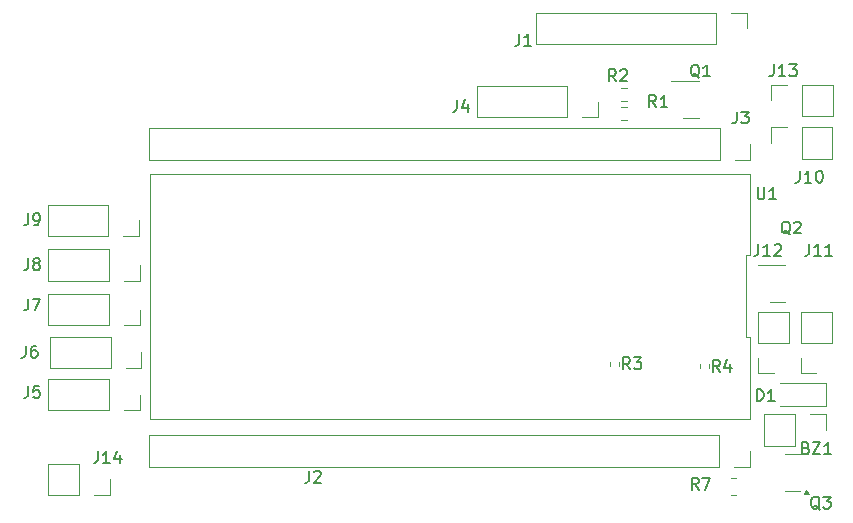
<source format=gbr>
%TF.GenerationSoftware,KiCad,Pcbnew,8.0.2*%
%TF.CreationDate,2024-06-07T02:59:58+03:00*%
%TF.ProjectId,FARA_KEYBOARD,46415241-5f4b-4455-9942-4f4152442e6b,rev?*%
%TF.SameCoordinates,Original*%
%TF.FileFunction,Legend,Top*%
%TF.FilePolarity,Positive*%
%FSLAX46Y46*%
G04 Gerber Fmt 4.6, Leading zero omitted, Abs format (unit mm)*
G04 Created by KiCad (PCBNEW 8.0.2) date 2024-06-07 02:59:58*
%MOMM*%
%LPD*%
G01*
G04 APERTURE LIST*
%ADD10C,0.150000*%
%ADD11C,0.120000*%
G04 APERTURE END LIST*
D10*
X68339350Y-94854819D02*
X68339350Y-95569104D01*
X68339350Y-95569104D02*
X68291731Y-95711961D01*
X68291731Y-95711961D02*
X68196493Y-95807200D01*
X68196493Y-95807200D02*
X68053636Y-95854819D01*
X68053636Y-95854819D02*
X67958398Y-95854819D01*
X69339350Y-95854819D02*
X68767922Y-95854819D01*
X69053636Y-95854819D02*
X69053636Y-94854819D01*
X69053636Y-94854819D02*
X68958398Y-94997676D01*
X68958398Y-94997676D02*
X68863160Y-95092914D01*
X68863160Y-95092914D02*
X68767922Y-95140533D01*
X88510779Y-107854819D02*
X88510779Y-108664342D01*
X88510779Y-108664342D02*
X88558398Y-108759580D01*
X88558398Y-108759580D02*
X88606017Y-108807200D01*
X88606017Y-108807200D02*
X88701255Y-108854819D01*
X88701255Y-108854819D02*
X88891731Y-108854819D01*
X88891731Y-108854819D02*
X88986969Y-108807200D01*
X88986969Y-108807200D02*
X89034588Y-108759580D01*
X89034588Y-108759580D02*
X89082207Y-108664342D01*
X89082207Y-108664342D02*
X89082207Y-107854819D01*
X90082207Y-108854819D02*
X89510779Y-108854819D01*
X89796493Y-108854819D02*
X89796493Y-107854819D01*
X89796493Y-107854819D02*
X89701255Y-107997676D01*
X89701255Y-107997676D02*
X89606017Y-108092914D01*
X89606017Y-108092914D02*
X89510779Y-108140533D01*
X91277445Y-111850057D02*
X91182207Y-111802438D01*
X91182207Y-111802438D02*
X91086969Y-111707200D01*
X91086969Y-111707200D02*
X90944112Y-111564342D01*
X90944112Y-111564342D02*
X90848874Y-111516723D01*
X90848874Y-111516723D02*
X90753636Y-111516723D01*
X90801255Y-111754819D02*
X90706017Y-111707200D01*
X90706017Y-111707200D02*
X90610779Y-111611961D01*
X90610779Y-111611961D02*
X90563160Y-111421485D01*
X90563160Y-111421485D02*
X90563160Y-111088152D01*
X90563160Y-111088152D02*
X90610779Y-110897676D01*
X90610779Y-110897676D02*
X90706017Y-110802438D01*
X90706017Y-110802438D02*
X90801255Y-110754819D01*
X90801255Y-110754819D02*
X90991731Y-110754819D01*
X90991731Y-110754819D02*
X91086969Y-110802438D01*
X91086969Y-110802438D02*
X91182207Y-110897676D01*
X91182207Y-110897676D02*
X91229826Y-111088152D01*
X91229826Y-111088152D02*
X91229826Y-111421485D01*
X91229826Y-111421485D02*
X91182207Y-111611961D01*
X91182207Y-111611961D02*
X91086969Y-111707200D01*
X91086969Y-111707200D02*
X90991731Y-111754819D01*
X90991731Y-111754819D02*
X90801255Y-111754819D01*
X91610779Y-110850057D02*
X91658398Y-110802438D01*
X91658398Y-110802438D02*
X91753636Y-110754819D01*
X91753636Y-110754819D02*
X91991731Y-110754819D01*
X91991731Y-110754819D02*
X92086969Y-110802438D01*
X92086969Y-110802438D02*
X92134588Y-110850057D01*
X92134588Y-110850057D02*
X92182207Y-110945295D01*
X92182207Y-110945295D02*
X92182207Y-111040533D01*
X92182207Y-111040533D02*
X92134588Y-111183390D01*
X92134588Y-111183390D02*
X91563160Y-111754819D01*
X91563160Y-111754819D02*
X92182207Y-111754819D01*
X88434589Y-125954819D02*
X88434589Y-124954819D01*
X88434589Y-124954819D02*
X88672684Y-124954819D01*
X88672684Y-124954819D02*
X88815541Y-125002438D01*
X88815541Y-125002438D02*
X88910779Y-125097676D01*
X88910779Y-125097676D02*
X88958398Y-125192914D01*
X88958398Y-125192914D02*
X89006017Y-125383390D01*
X89006017Y-125383390D02*
X89006017Y-125526247D01*
X89006017Y-125526247D02*
X88958398Y-125716723D01*
X88958398Y-125716723D02*
X88910779Y-125811961D01*
X88910779Y-125811961D02*
X88815541Y-125907200D01*
X88815541Y-125907200D02*
X88672684Y-125954819D01*
X88672684Y-125954819D02*
X88434589Y-125954819D01*
X89958398Y-125954819D02*
X89386970Y-125954819D01*
X89672684Y-125954819D02*
X89672684Y-124954819D01*
X89672684Y-124954819D02*
X89577446Y-125097676D01*
X89577446Y-125097676D02*
X89482208Y-125192914D01*
X89482208Y-125192914D02*
X89386970Y-125240533D01*
X92863160Y-112654819D02*
X92863160Y-113369104D01*
X92863160Y-113369104D02*
X92815541Y-113511961D01*
X92815541Y-113511961D02*
X92720303Y-113607200D01*
X92720303Y-113607200D02*
X92577446Y-113654819D01*
X92577446Y-113654819D02*
X92482208Y-113654819D01*
X93863160Y-113654819D02*
X93291732Y-113654819D01*
X93577446Y-113654819D02*
X93577446Y-112654819D01*
X93577446Y-112654819D02*
X93482208Y-112797676D01*
X93482208Y-112797676D02*
X93386970Y-112892914D01*
X93386970Y-112892914D02*
X93291732Y-112940533D01*
X94815541Y-113654819D02*
X94244113Y-113654819D01*
X94529827Y-113654819D02*
X94529827Y-112654819D01*
X94529827Y-112654819D02*
X94434589Y-112797676D01*
X94434589Y-112797676D02*
X94339351Y-112892914D01*
X94339351Y-112892914D02*
X94244113Y-112940533D01*
X85306017Y-123474819D02*
X84972684Y-122998628D01*
X84734589Y-123474819D02*
X84734589Y-122474819D01*
X84734589Y-122474819D02*
X85115541Y-122474819D01*
X85115541Y-122474819D02*
X85210779Y-122522438D01*
X85210779Y-122522438D02*
X85258398Y-122570057D01*
X85258398Y-122570057D02*
X85306017Y-122665295D01*
X85306017Y-122665295D02*
X85306017Y-122808152D01*
X85306017Y-122808152D02*
X85258398Y-122903390D01*
X85258398Y-122903390D02*
X85210779Y-122951009D01*
X85210779Y-122951009D02*
X85115541Y-122998628D01*
X85115541Y-122998628D02*
X84734589Y-122998628D01*
X86163160Y-122808152D02*
X86163160Y-123474819D01*
X85925065Y-122427200D02*
X85686970Y-123141485D01*
X85686970Y-123141485D02*
X86306017Y-123141485D01*
X88563160Y-112654819D02*
X88563160Y-113369104D01*
X88563160Y-113369104D02*
X88515541Y-113511961D01*
X88515541Y-113511961D02*
X88420303Y-113607200D01*
X88420303Y-113607200D02*
X88277446Y-113654819D01*
X88277446Y-113654819D02*
X88182208Y-113654819D01*
X89563160Y-113654819D02*
X88991732Y-113654819D01*
X89277446Y-113654819D02*
X89277446Y-112654819D01*
X89277446Y-112654819D02*
X89182208Y-112797676D01*
X89182208Y-112797676D02*
X89086970Y-112892914D01*
X89086970Y-112892914D02*
X88991732Y-112940533D01*
X89944113Y-112750057D02*
X89991732Y-112702438D01*
X89991732Y-112702438D02*
X90086970Y-112654819D01*
X90086970Y-112654819D02*
X90325065Y-112654819D01*
X90325065Y-112654819D02*
X90420303Y-112702438D01*
X90420303Y-112702438D02*
X90467922Y-112750057D01*
X90467922Y-112750057D02*
X90515541Y-112845295D01*
X90515541Y-112845295D02*
X90515541Y-112940533D01*
X90515541Y-112940533D02*
X90467922Y-113083390D01*
X90467922Y-113083390D02*
X89896494Y-113654819D01*
X89896494Y-113654819D02*
X90515541Y-113654819D01*
X26739350Y-110074819D02*
X26739350Y-110789104D01*
X26739350Y-110789104D02*
X26691731Y-110931961D01*
X26691731Y-110931961D02*
X26596493Y-111027200D01*
X26596493Y-111027200D02*
X26453636Y-111074819D01*
X26453636Y-111074819D02*
X26358398Y-111074819D01*
X27263160Y-111074819D02*
X27453636Y-111074819D01*
X27453636Y-111074819D02*
X27548874Y-111027200D01*
X27548874Y-111027200D02*
X27596493Y-110979580D01*
X27596493Y-110979580D02*
X27691731Y-110836723D01*
X27691731Y-110836723D02*
X27739350Y-110646247D01*
X27739350Y-110646247D02*
X27739350Y-110265295D01*
X27739350Y-110265295D02*
X27691731Y-110170057D01*
X27691731Y-110170057D02*
X27644112Y-110122438D01*
X27644112Y-110122438D02*
X27548874Y-110074819D01*
X27548874Y-110074819D02*
X27358398Y-110074819D01*
X27358398Y-110074819D02*
X27263160Y-110122438D01*
X27263160Y-110122438D02*
X27215541Y-110170057D01*
X27215541Y-110170057D02*
X27167922Y-110265295D01*
X27167922Y-110265295D02*
X27167922Y-110503390D01*
X27167922Y-110503390D02*
X27215541Y-110598628D01*
X27215541Y-110598628D02*
X27263160Y-110646247D01*
X27263160Y-110646247D02*
X27358398Y-110693866D01*
X27358398Y-110693866D02*
X27548874Y-110693866D01*
X27548874Y-110693866D02*
X27644112Y-110646247D01*
X27644112Y-110646247D02*
X27691731Y-110598628D01*
X27691731Y-110598628D02*
X27739350Y-110503390D01*
X89863160Y-97454819D02*
X89863160Y-98169104D01*
X89863160Y-98169104D02*
X89815541Y-98311961D01*
X89815541Y-98311961D02*
X89720303Y-98407200D01*
X89720303Y-98407200D02*
X89577446Y-98454819D01*
X89577446Y-98454819D02*
X89482208Y-98454819D01*
X90863160Y-98454819D02*
X90291732Y-98454819D01*
X90577446Y-98454819D02*
X90577446Y-97454819D01*
X90577446Y-97454819D02*
X90482208Y-97597676D01*
X90482208Y-97597676D02*
X90386970Y-97692914D01*
X90386970Y-97692914D02*
X90291732Y-97740533D01*
X91196494Y-97454819D02*
X91815541Y-97454819D01*
X91815541Y-97454819D02*
X91482208Y-97835771D01*
X91482208Y-97835771D02*
X91625065Y-97835771D01*
X91625065Y-97835771D02*
X91720303Y-97883390D01*
X91720303Y-97883390D02*
X91767922Y-97931009D01*
X91767922Y-97931009D02*
X91815541Y-98026247D01*
X91815541Y-98026247D02*
X91815541Y-98264342D01*
X91815541Y-98264342D02*
X91767922Y-98359580D01*
X91767922Y-98359580D02*
X91720303Y-98407200D01*
X91720303Y-98407200D02*
X91625065Y-98454819D01*
X91625065Y-98454819D02*
X91339351Y-98454819D01*
X91339351Y-98454819D02*
X91244113Y-98407200D01*
X91244113Y-98407200D02*
X91196494Y-98359580D01*
X86739350Y-101454819D02*
X86739350Y-102169104D01*
X86739350Y-102169104D02*
X86691731Y-102311961D01*
X86691731Y-102311961D02*
X86596493Y-102407200D01*
X86596493Y-102407200D02*
X86453636Y-102454819D01*
X86453636Y-102454819D02*
X86358398Y-102454819D01*
X87120303Y-101454819D02*
X87739350Y-101454819D01*
X87739350Y-101454819D02*
X87406017Y-101835771D01*
X87406017Y-101835771D02*
X87548874Y-101835771D01*
X87548874Y-101835771D02*
X87644112Y-101883390D01*
X87644112Y-101883390D02*
X87691731Y-101931009D01*
X87691731Y-101931009D02*
X87739350Y-102026247D01*
X87739350Y-102026247D02*
X87739350Y-102264342D01*
X87739350Y-102264342D02*
X87691731Y-102359580D01*
X87691731Y-102359580D02*
X87644112Y-102407200D01*
X87644112Y-102407200D02*
X87548874Y-102454819D01*
X87548874Y-102454819D02*
X87263160Y-102454819D01*
X87263160Y-102454819D02*
X87167922Y-102407200D01*
X87167922Y-102407200D02*
X87120303Y-102359580D01*
X50539350Y-131854819D02*
X50539350Y-132569104D01*
X50539350Y-132569104D02*
X50491731Y-132711961D01*
X50491731Y-132711961D02*
X50396493Y-132807200D01*
X50396493Y-132807200D02*
X50253636Y-132854819D01*
X50253636Y-132854819D02*
X50158398Y-132854819D01*
X50967922Y-131950057D02*
X51015541Y-131902438D01*
X51015541Y-131902438D02*
X51110779Y-131854819D01*
X51110779Y-131854819D02*
X51348874Y-131854819D01*
X51348874Y-131854819D02*
X51444112Y-131902438D01*
X51444112Y-131902438D02*
X51491731Y-131950057D01*
X51491731Y-131950057D02*
X51539350Y-132045295D01*
X51539350Y-132045295D02*
X51539350Y-132140533D01*
X51539350Y-132140533D02*
X51491731Y-132283390D01*
X51491731Y-132283390D02*
X50920303Y-132854819D01*
X50920303Y-132854819D02*
X51539350Y-132854819D01*
X79906017Y-101054819D02*
X79572684Y-100578628D01*
X79334589Y-101054819D02*
X79334589Y-100054819D01*
X79334589Y-100054819D02*
X79715541Y-100054819D01*
X79715541Y-100054819D02*
X79810779Y-100102438D01*
X79810779Y-100102438D02*
X79858398Y-100150057D01*
X79858398Y-100150057D02*
X79906017Y-100245295D01*
X79906017Y-100245295D02*
X79906017Y-100388152D01*
X79906017Y-100388152D02*
X79858398Y-100483390D01*
X79858398Y-100483390D02*
X79810779Y-100531009D01*
X79810779Y-100531009D02*
X79715541Y-100578628D01*
X79715541Y-100578628D02*
X79334589Y-100578628D01*
X80858398Y-101054819D02*
X80286970Y-101054819D01*
X80572684Y-101054819D02*
X80572684Y-100054819D01*
X80572684Y-100054819D02*
X80477446Y-100197676D01*
X80477446Y-100197676D02*
X80382208Y-100292914D01*
X80382208Y-100292914D02*
X80286970Y-100340533D01*
X63059350Y-100454819D02*
X63059350Y-101169104D01*
X63059350Y-101169104D02*
X63011731Y-101311961D01*
X63011731Y-101311961D02*
X62916493Y-101407200D01*
X62916493Y-101407200D02*
X62773636Y-101454819D01*
X62773636Y-101454819D02*
X62678398Y-101454819D01*
X63964112Y-100788152D02*
X63964112Y-101454819D01*
X63726017Y-100407200D02*
X63487922Y-101121485D01*
X63487922Y-101121485D02*
X64106969Y-101121485D01*
X76506017Y-98874819D02*
X76172684Y-98398628D01*
X75934589Y-98874819D02*
X75934589Y-97874819D01*
X75934589Y-97874819D02*
X76315541Y-97874819D01*
X76315541Y-97874819D02*
X76410779Y-97922438D01*
X76410779Y-97922438D02*
X76458398Y-97970057D01*
X76458398Y-97970057D02*
X76506017Y-98065295D01*
X76506017Y-98065295D02*
X76506017Y-98208152D01*
X76506017Y-98208152D02*
X76458398Y-98303390D01*
X76458398Y-98303390D02*
X76410779Y-98351009D01*
X76410779Y-98351009D02*
X76315541Y-98398628D01*
X76315541Y-98398628D02*
X75934589Y-98398628D01*
X76886970Y-97970057D02*
X76934589Y-97922438D01*
X76934589Y-97922438D02*
X77029827Y-97874819D01*
X77029827Y-97874819D02*
X77267922Y-97874819D01*
X77267922Y-97874819D02*
X77363160Y-97922438D01*
X77363160Y-97922438D02*
X77410779Y-97970057D01*
X77410779Y-97970057D02*
X77458398Y-98065295D01*
X77458398Y-98065295D02*
X77458398Y-98160533D01*
X77458398Y-98160533D02*
X77410779Y-98303390D01*
X77410779Y-98303390D02*
X76839351Y-98874819D01*
X76839351Y-98874819D02*
X77458398Y-98874819D01*
X26539350Y-121274819D02*
X26539350Y-121989104D01*
X26539350Y-121989104D02*
X26491731Y-122131961D01*
X26491731Y-122131961D02*
X26396493Y-122227200D01*
X26396493Y-122227200D02*
X26253636Y-122274819D01*
X26253636Y-122274819D02*
X26158398Y-122274819D01*
X27444112Y-121274819D02*
X27253636Y-121274819D01*
X27253636Y-121274819D02*
X27158398Y-121322438D01*
X27158398Y-121322438D02*
X27110779Y-121370057D01*
X27110779Y-121370057D02*
X27015541Y-121512914D01*
X27015541Y-121512914D02*
X26967922Y-121703390D01*
X26967922Y-121703390D02*
X26967922Y-122084342D01*
X26967922Y-122084342D02*
X27015541Y-122179580D01*
X27015541Y-122179580D02*
X27063160Y-122227200D01*
X27063160Y-122227200D02*
X27158398Y-122274819D01*
X27158398Y-122274819D02*
X27348874Y-122274819D01*
X27348874Y-122274819D02*
X27444112Y-122227200D01*
X27444112Y-122227200D02*
X27491731Y-122179580D01*
X27491731Y-122179580D02*
X27539350Y-122084342D01*
X27539350Y-122084342D02*
X27539350Y-121846247D01*
X27539350Y-121846247D02*
X27491731Y-121751009D01*
X27491731Y-121751009D02*
X27444112Y-121703390D01*
X27444112Y-121703390D02*
X27348874Y-121655771D01*
X27348874Y-121655771D02*
X27158398Y-121655771D01*
X27158398Y-121655771D02*
X27063160Y-121703390D01*
X27063160Y-121703390D02*
X27015541Y-121751009D01*
X27015541Y-121751009D02*
X26967922Y-121846247D01*
X26739350Y-117274819D02*
X26739350Y-117989104D01*
X26739350Y-117989104D02*
X26691731Y-118131961D01*
X26691731Y-118131961D02*
X26596493Y-118227200D01*
X26596493Y-118227200D02*
X26453636Y-118274819D01*
X26453636Y-118274819D02*
X26358398Y-118274819D01*
X27120303Y-117274819D02*
X27786969Y-117274819D01*
X27786969Y-117274819D02*
X27358398Y-118274819D01*
X92063160Y-106454819D02*
X92063160Y-107169104D01*
X92063160Y-107169104D02*
X92015541Y-107311961D01*
X92015541Y-107311961D02*
X91920303Y-107407200D01*
X91920303Y-107407200D02*
X91777446Y-107454819D01*
X91777446Y-107454819D02*
X91682208Y-107454819D01*
X93063160Y-107454819D02*
X92491732Y-107454819D01*
X92777446Y-107454819D02*
X92777446Y-106454819D01*
X92777446Y-106454819D02*
X92682208Y-106597676D01*
X92682208Y-106597676D02*
X92586970Y-106692914D01*
X92586970Y-106692914D02*
X92491732Y-106740533D01*
X93682208Y-106454819D02*
X93777446Y-106454819D01*
X93777446Y-106454819D02*
X93872684Y-106502438D01*
X93872684Y-106502438D02*
X93920303Y-106550057D01*
X93920303Y-106550057D02*
X93967922Y-106645295D01*
X93967922Y-106645295D02*
X94015541Y-106835771D01*
X94015541Y-106835771D02*
X94015541Y-107073866D01*
X94015541Y-107073866D02*
X93967922Y-107264342D01*
X93967922Y-107264342D02*
X93920303Y-107359580D01*
X93920303Y-107359580D02*
X93872684Y-107407200D01*
X93872684Y-107407200D02*
X93777446Y-107454819D01*
X93777446Y-107454819D02*
X93682208Y-107454819D01*
X93682208Y-107454819D02*
X93586970Y-107407200D01*
X93586970Y-107407200D02*
X93539351Y-107359580D01*
X93539351Y-107359580D02*
X93491732Y-107264342D01*
X93491732Y-107264342D02*
X93444113Y-107073866D01*
X93444113Y-107073866D02*
X93444113Y-106835771D01*
X93444113Y-106835771D02*
X93491732Y-106645295D01*
X93491732Y-106645295D02*
X93539351Y-106550057D01*
X93539351Y-106550057D02*
X93586970Y-106502438D01*
X93586970Y-106502438D02*
X93682208Y-106454819D01*
X26739350Y-124674819D02*
X26739350Y-125389104D01*
X26739350Y-125389104D02*
X26691731Y-125531961D01*
X26691731Y-125531961D02*
X26596493Y-125627200D01*
X26596493Y-125627200D02*
X26453636Y-125674819D01*
X26453636Y-125674819D02*
X26358398Y-125674819D01*
X27691731Y-124674819D02*
X27215541Y-124674819D01*
X27215541Y-124674819D02*
X27167922Y-125151009D01*
X27167922Y-125151009D02*
X27215541Y-125103390D01*
X27215541Y-125103390D02*
X27310779Y-125055771D01*
X27310779Y-125055771D02*
X27548874Y-125055771D01*
X27548874Y-125055771D02*
X27644112Y-125103390D01*
X27644112Y-125103390D02*
X27691731Y-125151009D01*
X27691731Y-125151009D02*
X27739350Y-125246247D01*
X27739350Y-125246247D02*
X27739350Y-125484342D01*
X27739350Y-125484342D02*
X27691731Y-125579580D01*
X27691731Y-125579580D02*
X27644112Y-125627200D01*
X27644112Y-125627200D02*
X27548874Y-125674819D01*
X27548874Y-125674819D02*
X27310779Y-125674819D01*
X27310779Y-125674819D02*
X27215541Y-125627200D01*
X27215541Y-125627200D02*
X27167922Y-125579580D01*
X32663160Y-130204819D02*
X32663160Y-130919104D01*
X32663160Y-130919104D02*
X32615541Y-131061961D01*
X32615541Y-131061961D02*
X32520303Y-131157200D01*
X32520303Y-131157200D02*
X32377446Y-131204819D01*
X32377446Y-131204819D02*
X32282208Y-131204819D01*
X33663160Y-131204819D02*
X33091732Y-131204819D01*
X33377446Y-131204819D02*
X33377446Y-130204819D01*
X33377446Y-130204819D02*
X33282208Y-130347676D01*
X33282208Y-130347676D02*
X33186970Y-130442914D01*
X33186970Y-130442914D02*
X33091732Y-130490533D01*
X34520303Y-130538152D02*
X34520303Y-131204819D01*
X34282208Y-130157200D02*
X34044113Y-130871485D01*
X34044113Y-130871485D02*
X34663160Y-130871485D01*
X93777445Y-135150057D02*
X93682207Y-135102438D01*
X93682207Y-135102438D02*
X93586969Y-135007200D01*
X93586969Y-135007200D02*
X93444112Y-134864342D01*
X93444112Y-134864342D02*
X93348874Y-134816723D01*
X93348874Y-134816723D02*
X93253636Y-134816723D01*
X93301255Y-135054819D02*
X93206017Y-135007200D01*
X93206017Y-135007200D02*
X93110779Y-134911961D01*
X93110779Y-134911961D02*
X93063160Y-134721485D01*
X93063160Y-134721485D02*
X93063160Y-134388152D01*
X93063160Y-134388152D02*
X93110779Y-134197676D01*
X93110779Y-134197676D02*
X93206017Y-134102438D01*
X93206017Y-134102438D02*
X93301255Y-134054819D01*
X93301255Y-134054819D02*
X93491731Y-134054819D01*
X93491731Y-134054819D02*
X93586969Y-134102438D01*
X93586969Y-134102438D02*
X93682207Y-134197676D01*
X93682207Y-134197676D02*
X93729826Y-134388152D01*
X93729826Y-134388152D02*
X93729826Y-134721485D01*
X93729826Y-134721485D02*
X93682207Y-134911961D01*
X93682207Y-134911961D02*
X93586969Y-135007200D01*
X93586969Y-135007200D02*
X93491731Y-135054819D01*
X93491731Y-135054819D02*
X93301255Y-135054819D01*
X94063160Y-134054819D02*
X94682207Y-134054819D01*
X94682207Y-134054819D02*
X94348874Y-134435771D01*
X94348874Y-134435771D02*
X94491731Y-134435771D01*
X94491731Y-134435771D02*
X94586969Y-134483390D01*
X94586969Y-134483390D02*
X94634588Y-134531009D01*
X94634588Y-134531009D02*
X94682207Y-134626247D01*
X94682207Y-134626247D02*
X94682207Y-134864342D01*
X94682207Y-134864342D02*
X94634588Y-134959580D01*
X94634588Y-134959580D02*
X94586969Y-135007200D01*
X94586969Y-135007200D02*
X94491731Y-135054819D01*
X94491731Y-135054819D02*
X94206017Y-135054819D01*
X94206017Y-135054819D02*
X94110779Y-135007200D01*
X94110779Y-135007200D02*
X94063160Y-134959580D01*
X26739350Y-113874819D02*
X26739350Y-114589104D01*
X26739350Y-114589104D02*
X26691731Y-114731961D01*
X26691731Y-114731961D02*
X26596493Y-114827200D01*
X26596493Y-114827200D02*
X26453636Y-114874819D01*
X26453636Y-114874819D02*
X26358398Y-114874819D01*
X27358398Y-114303390D02*
X27263160Y-114255771D01*
X27263160Y-114255771D02*
X27215541Y-114208152D01*
X27215541Y-114208152D02*
X27167922Y-114112914D01*
X27167922Y-114112914D02*
X27167922Y-114065295D01*
X27167922Y-114065295D02*
X27215541Y-113970057D01*
X27215541Y-113970057D02*
X27263160Y-113922438D01*
X27263160Y-113922438D02*
X27358398Y-113874819D01*
X27358398Y-113874819D02*
X27548874Y-113874819D01*
X27548874Y-113874819D02*
X27644112Y-113922438D01*
X27644112Y-113922438D02*
X27691731Y-113970057D01*
X27691731Y-113970057D02*
X27739350Y-114065295D01*
X27739350Y-114065295D02*
X27739350Y-114112914D01*
X27739350Y-114112914D02*
X27691731Y-114208152D01*
X27691731Y-114208152D02*
X27644112Y-114255771D01*
X27644112Y-114255771D02*
X27548874Y-114303390D01*
X27548874Y-114303390D02*
X27358398Y-114303390D01*
X27358398Y-114303390D02*
X27263160Y-114351009D01*
X27263160Y-114351009D02*
X27215541Y-114398628D01*
X27215541Y-114398628D02*
X27167922Y-114493866D01*
X27167922Y-114493866D02*
X27167922Y-114684342D01*
X27167922Y-114684342D02*
X27215541Y-114779580D01*
X27215541Y-114779580D02*
X27263160Y-114827200D01*
X27263160Y-114827200D02*
X27358398Y-114874819D01*
X27358398Y-114874819D02*
X27548874Y-114874819D01*
X27548874Y-114874819D02*
X27644112Y-114827200D01*
X27644112Y-114827200D02*
X27691731Y-114779580D01*
X27691731Y-114779580D02*
X27739350Y-114684342D01*
X27739350Y-114684342D02*
X27739350Y-114493866D01*
X27739350Y-114493866D02*
X27691731Y-114398628D01*
X27691731Y-114398628D02*
X27644112Y-114351009D01*
X27644112Y-114351009D02*
X27548874Y-114303390D01*
X83577445Y-98570057D02*
X83482207Y-98522438D01*
X83482207Y-98522438D02*
X83386969Y-98427200D01*
X83386969Y-98427200D02*
X83244112Y-98284342D01*
X83244112Y-98284342D02*
X83148874Y-98236723D01*
X83148874Y-98236723D02*
X83053636Y-98236723D01*
X83101255Y-98474819D02*
X83006017Y-98427200D01*
X83006017Y-98427200D02*
X82910779Y-98331961D01*
X82910779Y-98331961D02*
X82863160Y-98141485D01*
X82863160Y-98141485D02*
X82863160Y-97808152D01*
X82863160Y-97808152D02*
X82910779Y-97617676D01*
X82910779Y-97617676D02*
X83006017Y-97522438D01*
X83006017Y-97522438D02*
X83101255Y-97474819D01*
X83101255Y-97474819D02*
X83291731Y-97474819D01*
X83291731Y-97474819D02*
X83386969Y-97522438D01*
X83386969Y-97522438D02*
X83482207Y-97617676D01*
X83482207Y-97617676D02*
X83529826Y-97808152D01*
X83529826Y-97808152D02*
X83529826Y-98141485D01*
X83529826Y-98141485D02*
X83482207Y-98331961D01*
X83482207Y-98331961D02*
X83386969Y-98427200D01*
X83386969Y-98427200D02*
X83291731Y-98474819D01*
X83291731Y-98474819D02*
X83101255Y-98474819D01*
X84482207Y-98474819D02*
X83910779Y-98474819D01*
X84196493Y-98474819D02*
X84196493Y-97474819D01*
X84196493Y-97474819D02*
X84101255Y-97617676D01*
X84101255Y-97617676D02*
X84006017Y-97712914D01*
X84006017Y-97712914D02*
X83910779Y-97760533D01*
X83506017Y-133454819D02*
X83172684Y-132978628D01*
X82934589Y-133454819D02*
X82934589Y-132454819D01*
X82934589Y-132454819D02*
X83315541Y-132454819D01*
X83315541Y-132454819D02*
X83410779Y-132502438D01*
X83410779Y-132502438D02*
X83458398Y-132550057D01*
X83458398Y-132550057D02*
X83506017Y-132645295D01*
X83506017Y-132645295D02*
X83506017Y-132788152D01*
X83506017Y-132788152D02*
X83458398Y-132883390D01*
X83458398Y-132883390D02*
X83410779Y-132931009D01*
X83410779Y-132931009D02*
X83315541Y-132978628D01*
X83315541Y-132978628D02*
X82934589Y-132978628D01*
X83839351Y-132454819D02*
X84506017Y-132454819D01*
X84506017Y-132454819D02*
X84077446Y-133454819D01*
X77706017Y-123254819D02*
X77372684Y-122778628D01*
X77134589Y-123254819D02*
X77134589Y-122254819D01*
X77134589Y-122254819D02*
X77515541Y-122254819D01*
X77515541Y-122254819D02*
X77610779Y-122302438D01*
X77610779Y-122302438D02*
X77658398Y-122350057D01*
X77658398Y-122350057D02*
X77706017Y-122445295D01*
X77706017Y-122445295D02*
X77706017Y-122588152D01*
X77706017Y-122588152D02*
X77658398Y-122683390D01*
X77658398Y-122683390D02*
X77610779Y-122731009D01*
X77610779Y-122731009D02*
X77515541Y-122778628D01*
X77515541Y-122778628D02*
X77134589Y-122778628D01*
X78039351Y-122254819D02*
X78658398Y-122254819D01*
X78658398Y-122254819D02*
X78325065Y-122635771D01*
X78325065Y-122635771D02*
X78467922Y-122635771D01*
X78467922Y-122635771D02*
X78563160Y-122683390D01*
X78563160Y-122683390D02*
X78610779Y-122731009D01*
X78610779Y-122731009D02*
X78658398Y-122826247D01*
X78658398Y-122826247D02*
X78658398Y-123064342D01*
X78658398Y-123064342D02*
X78610779Y-123159580D01*
X78610779Y-123159580D02*
X78563160Y-123207200D01*
X78563160Y-123207200D02*
X78467922Y-123254819D01*
X78467922Y-123254819D02*
X78182208Y-123254819D01*
X78182208Y-123254819D02*
X78086970Y-123207200D01*
X78086970Y-123207200D02*
X78039351Y-123159580D01*
X92591731Y-129931009D02*
X92734588Y-129978628D01*
X92734588Y-129978628D02*
X92782207Y-130026247D01*
X92782207Y-130026247D02*
X92829826Y-130121485D01*
X92829826Y-130121485D02*
X92829826Y-130264342D01*
X92829826Y-130264342D02*
X92782207Y-130359580D01*
X92782207Y-130359580D02*
X92734588Y-130407200D01*
X92734588Y-130407200D02*
X92639350Y-130454819D01*
X92639350Y-130454819D02*
X92258398Y-130454819D01*
X92258398Y-130454819D02*
X92258398Y-129454819D01*
X92258398Y-129454819D02*
X92591731Y-129454819D01*
X92591731Y-129454819D02*
X92686969Y-129502438D01*
X92686969Y-129502438D02*
X92734588Y-129550057D01*
X92734588Y-129550057D02*
X92782207Y-129645295D01*
X92782207Y-129645295D02*
X92782207Y-129740533D01*
X92782207Y-129740533D02*
X92734588Y-129835771D01*
X92734588Y-129835771D02*
X92686969Y-129883390D01*
X92686969Y-129883390D02*
X92591731Y-129931009D01*
X92591731Y-129931009D02*
X92258398Y-129931009D01*
X93163160Y-129454819D02*
X93829826Y-129454819D01*
X93829826Y-129454819D02*
X93163160Y-130454819D01*
X93163160Y-130454819D02*
X93829826Y-130454819D01*
X94734588Y-130454819D02*
X94163160Y-130454819D01*
X94448874Y-130454819D02*
X94448874Y-129454819D01*
X94448874Y-129454819D02*
X94353636Y-129597676D01*
X94353636Y-129597676D02*
X94258398Y-129692914D01*
X94258398Y-129692914D02*
X94163160Y-129740533D01*
D11*
%TO.C,J1*%
X69702684Y-93070000D02*
X69702684Y-95730000D01*
X85002684Y-93070000D02*
X69702684Y-93070000D01*
X85002684Y-93070000D02*
X85002684Y-95730000D01*
X85002684Y-95730000D02*
X69702684Y-95730000D01*
X86272684Y-93070000D02*
X87602684Y-93070000D01*
X87602684Y-93070000D02*
X87602684Y-94400000D01*
%TO.C,U1*%
X37032684Y-106700000D02*
X37032684Y-127479999D01*
X87892684Y-106700001D02*
X37032684Y-106700000D01*
X87892684Y-120553333D02*
X87532684Y-120553333D01*
X87532684Y-120553333D02*
X87532684Y-113626667D01*
X37032684Y-127479999D02*
X87892684Y-127480000D01*
X87892684Y-127480000D02*
X87892684Y-120553333D01*
X87532684Y-113626667D02*
X87892684Y-113626667D01*
X87892684Y-113626667D02*
X87892684Y-106700001D01*
%TO.C,Q2*%
X90210184Y-114410000D02*
X88535184Y-114410000D01*
X90210184Y-117530000D02*
X89560184Y-117530000D01*
X90210184Y-117530000D02*
X90860184Y-117530000D01*
X90210184Y-114410000D02*
X90860184Y-114410000D01*
%TO.C,D1*%
X94282684Y-126400000D02*
X90422684Y-126400000D01*
X94282684Y-124400000D02*
X90422684Y-124400000D01*
X94282684Y-126400000D02*
X94282684Y-124400000D01*
%TO.C,J11*%
X93472684Y-123600000D02*
X92142684Y-123600000D01*
X92142684Y-123600000D02*
X92142684Y-122270000D01*
X94802684Y-121000000D02*
X92142684Y-121000000D01*
X92142684Y-121000000D02*
X92142684Y-118400000D01*
X94802684Y-118400000D02*
X92142684Y-118400000D01*
X94802684Y-121000000D02*
X94802684Y-118400000D01*
%TO.C,R4*%
X83612684Y-122832379D02*
X83612684Y-123167621D01*
X84372684Y-122832379D02*
X84372684Y-123167621D01*
%TO.C,J12*%
X89872684Y-123600000D02*
X88542684Y-123600000D01*
X88542684Y-123600000D02*
X88542684Y-122270000D01*
X91202684Y-121000000D02*
X88542684Y-121000000D01*
X88542684Y-121000000D02*
X88542684Y-118400000D01*
X91202684Y-118400000D02*
X88542684Y-118400000D01*
X91202684Y-121000000D02*
X91202684Y-118400000D01*
%TO.C,J9*%
X28387684Y-109315000D02*
X28387684Y-111975000D01*
X33527684Y-111975000D02*
X28387684Y-111975000D01*
X33527684Y-109315000D02*
X28387684Y-109315000D01*
X33527684Y-109315000D02*
X33527684Y-111975000D01*
X36127684Y-111975000D02*
X34797684Y-111975000D01*
X36127684Y-110645000D02*
X36127684Y-111975000D01*
%TO.C,J13*%
X89650184Y-100507500D02*
X89650184Y-99177500D01*
X89650184Y-99177500D02*
X90980184Y-99177500D01*
X92250184Y-101837500D02*
X92250184Y-99177500D01*
X92250184Y-101837500D02*
X94850184Y-101837500D01*
X92250184Y-99177500D02*
X94850184Y-99177500D01*
X94850184Y-101837500D02*
X94850184Y-99177500D01*
%TO.C,J3*%
X36962684Y-102870000D02*
X36962684Y-105530000D01*
X85282684Y-105530000D02*
X36962684Y-105530000D01*
X85282684Y-102870000D02*
X36962684Y-102870000D01*
X85282684Y-102870000D02*
X85282684Y-105530000D01*
X87882684Y-105530000D02*
X86552684Y-105530000D01*
X87882684Y-104200000D02*
X87882684Y-105530000D01*
%TO.C,J2*%
X36942684Y-128870000D02*
X36942684Y-131530000D01*
X85262684Y-131530000D02*
X36942684Y-131530000D01*
X85262684Y-128870000D02*
X36942684Y-128870000D01*
X85262684Y-128870000D02*
X85262684Y-131530000D01*
X87862684Y-131530000D02*
X86532684Y-131530000D01*
X87862684Y-130200000D02*
X87862684Y-131530000D01*
%TO.C,R1*%
X77447408Y-102122500D02*
X76937960Y-102122500D01*
X77447408Y-101077500D02*
X76937960Y-101077500D01*
%TO.C,J4*%
X64722684Y-99270000D02*
X64722684Y-101930000D01*
X72402684Y-101930000D02*
X64722684Y-101930000D01*
X72402684Y-99270000D02*
X64722684Y-99270000D01*
X72402684Y-99270000D02*
X72402684Y-101930000D01*
X75002684Y-101930000D02*
X73672684Y-101930000D01*
X75002684Y-100600000D02*
X75002684Y-101930000D01*
%TO.C,R2*%
X77447408Y-100522500D02*
X76937960Y-100522500D01*
X77447408Y-99477500D02*
X76937960Y-99477500D01*
%TO.C,J6*%
X28587684Y-120515000D02*
X28587684Y-123175000D01*
X33727684Y-123175000D02*
X28587684Y-123175000D01*
X33727684Y-120515000D02*
X28587684Y-120515000D01*
X33727684Y-120515000D02*
X33727684Y-123175000D01*
X36327684Y-123175000D02*
X34997684Y-123175000D01*
X36327684Y-121845000D02*
X36327684Y-123175000D01*
%TO.C,J7*%
X28462684Y-116890000D02*
X28462684Y-119550000D01*
X33602684Y-119550000D02*
X28462684Y-119550000D01*
X33602684Y-116890000D02*
X28462684Y-116890000D01*
X33602684Y-116890000D02*
X33602684Y-119550000D01*
X36202684Y-119550000D02*
X34872684Y-119550000D01*
X36202684Y-118220000D02*
X36202684Y-119550000D01*
%TO.C,J10*%
X89630184Y-104107500D02*
X89630184Y-102777500D01*
X89630184Y-102777500D02*
X90960184Y-102777500D01*
X92230184Y-105437500D02*
X92230184Y-102777500D01*
X92230184Y-105437500D02*
X94830184Y-105437500D01*
X92230184Y-102777500D02*
X94830184Y-102777500D01*
X94830184Y-105437500D02*
X94830184Y-102777500D01*
%TO.C,J5*%
X28462684Y-124090000D02*
X28462684Y-126750000D01*
X33602684Y-126750000D02*
X28462684Y-126750000D01*
X33602684Y-124090000D02*
X28462684Y-124090000D01*
X33602684Y-124090000D02*
X33602684Y-126750000D01*
X36202684Y-126750000D02*
X34872684Y-126750000D01*
X36202684Y-125420000D02*
X36202684Y-126750000D01*
%TO.C,J14*%
X28452684Y-131245000D02*
X28452684Y-133905000D01*
X31052684Y-133905000D02*
X28452684Y-133905000D01*
X31052684Y-131245000D02*
X28452684Y-131245000D01*
X31052684Y-131245000D02*
X31052684Y-133905000D01*
X33652684Y-133905000D02*
X32322684Y-133905000D01*
X33652684Y-132575000D02*
X33652684Y-133905000D01*
%TO.C,Q3*%
X92875184Y-133840000D02*
X92395184Y-133840000D01*
X92635184Y-133510000D01*
X92875184Y-133840000D01*
G36*
X92875184Y-133840000D02*
G01*
X92395184Y-133840000D01*
X92635184Y-133510000D01*
X92875184Y-133840000D01*
G37*
X91472684Y-133560000D02*
X90822684Y-133560000D01*
X91472684Y-130440000D02*
X90822684Y-130440000D01*
X91472684Y-133560000D02*
X92122684Y-133560000D01*
X91472684Y-130440000D02*
X92122684Y-130440000D01*
%TO.C,J8*%
X28462684Y-113090000D02*
X28462684Y-115750000D01*
X33602684Y-115750000D02*
X28462684Y-115750000D01*
X33602684Y-113090000D02*
X28462684Y-113090000D01*
X33602684Y-113090000D02*
X33602684Y-115750000D01*
X36202684Y-115750000D02*
X34872684Y-115750000D01*
X36202684Y-114420000D02*
X36202684Y-115750000D01*
%TO.C,Q1*%
X82872684Y-98860000D02*
X81197684Y-98860000D01*
X82872684Y-101980000D02*
X82222684Y-101980000D01*
X82872684Y-101980000D02*
X83522684Y-101980000D01*
X82872684Y-98860000D02*
X83522684Y-98860000D01*
%TO.C,R7*%
X86245620Y-133935000D02*
X86699748Y-133935000D01*
X86245620Y-132465000D02*
X86699748Y-132465000D01*
%TO.C,R3*%
X76012684Y-122632379D02*
X76012684Y-122967621D01*
X76772684Y-122632379D02*
X76772684Y-122967621D01*
%TO.C,BZ1*%
X89077684Y-127070000D02*
X89077684Y-129730000D01*
X91677684Y-129730000D02*
X89077684Y-129730000D01*
X91677684Y-127070000D02*
X89077684Y-127070000D01*
X91677684Y-127070000D02*
X91677684Y-129730000D01*
X94277684Y-127070000D02*
X94277684Y-128400000D01*
X92947684Y-127070000D02*
X94277684Y-127070000D01*
%TD*%
M02*

</source>
